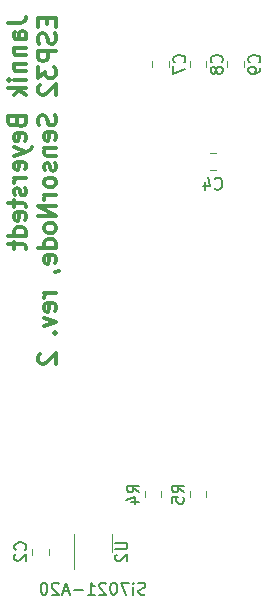
<source format=gbo>
G04 #@! TF.GenerationSoftware,KiCad,Pcbnew,(5.0.0-3-g5ebb6b6)*
G04 #@! TF.CreationDate,2018-08-02T21:25:15+02:00*
G04 #@! TF.ProjectId,esp32-sensornode,65737033322D73656E736F726E6F6465,rev?*
G04 #@! TF.SameCoordinates,Original*
G04 #@! TF.FileFunction,Legend,Bot*
G04 #@! TF.FilePolarity,Positive*
%FSLAX46Y46*%
G04 Gerber Fmt 4.6, Leading zero omitted, Abs format (unit mm)*
G04 Created by KiCad (PCBNEW (5.0.0-3-g5ebb6b6)) date Thursday, 02 August 2018 at 21:25:15*
%MOMM*%
%LPD*%
G01*
G04 APERTURE LIST*
%ADD10C,0.300000*%
%ADD11C,0.120000*%
%ADD12C,0.150000*%
G04 APERTURE END LIST*
D10*
X179513571Y-53050714D02*
X180585000Y-53050714D01*
X180799285Y-52979285D01*
X180942142Y-52836428D01*
X181013571Y-52622142D01*
X181013571Y-52479285D01*
X181013571Y-54407857D02*
X180227857Y-54407857D01*
X180085000Y-54336428D01*
X180013571Y-54193571D01*
X180013571Y-53907857D01*
X180085000Y-53765000D01*
X180942142Y-54407857D02*
X181013571Y-54265000D01*
X181013571Y-53907857D01*
X180942142Y-53765000D01*
X180799285Y-53693571D01*
X180656428Y-53693571D01*
X180513571Y-53765000D01*
X180442142Y-53907857D01*
X180442142Y-54265000D01*
X180370714Y-54407857D01*
X180013571Y-55122142D02*
X181013571Y-55122142D01*
X180156428Y-55122142D02*
X180085000Y-55193571D01*
X180013571Y-55336428D01*
X180013571Y-55550714D01*
X180085000Y-55693571D01*
X180227857Y-55765000D01*
X181013571Y-55765000D01*
X180013571Y-56479285D02*
X181013571Y-56479285D01*
X180156428Y-56479285D02*
X180085000Y-56550714D01*
X180013571Y-56693571D01*
X180013571Y-56907857D01*
X180085000Y-57050714D01*
X180227857Y-57122142D01*
X181013571Y-57122142D01*
X181013571Y-57836428D02*
X180013571Y-57836428D01*
X179513571Y-57836428D02*
X179585000Y-57765000D01*
X179656428Y-57836428D01*
X179585000Y-57907857D01*
X179513571Y-57836428D01*
X179656428Y-57836428D01*
X181013571Y-58550714D02*
X179513571Y-58550714D01*
X180442142Y-58693571D02*
X181013571Y-59122142D01*
X180013571Y-59122142D02*
X180585000Y-58550714D01*
X180227857Y-61407857D02*
X180299285Y-61622142D01*
X180370714Y-61693571D01*
X180513571Y-61765000D01*
X180727857Y-61765000D01*
X180870714Y-61693571D01*
X180942142Y-61622142D01*
X181013571Y-61479285D01*
X181013571Y-60907857D01*
X179513571Y-60907857D01*
X179513571Y-61407857D01*
X179585000Y-61550714D01*
X179656428Y-61622142D01*
X179799285Y-61693571D01*
X179942142Y-61693571D01*
X180085000Y-61622142D01*
X180156428Y-61550714D01*
X180227857Y-61407857D01*
X180227857Y-60907857D01*
X180942142Y-62979285D02*
X181013571Y-62836428D01*
X181013571Y-62550714D01*
X180942142Y-62407857D01*
X180799285Y-62336428D01*
X180227857Y-62336428D01*
X180085000Y-62407857D01*
X180013571Y-62550714D01*
X180013571Y-62836428D01*
X180085000Y-62979285D01*
X180227857Y-63050714D01*
X180370714Y-63050714D01*
X180513571Y-62336428D01*
X180013571Y-63550714D02*
X181013571Y-63907857D01*
X180013571Y-64265000D02*
X181013571Y-63907857D01*
X181370714Y-63765000D01*
X181442142Y-63693571D01*
X181513571Y-63550714D01*
X180942142Y-65407857D02*
X181013571Y-65265000D01*
X181013571Y-64979285D01*
X180942142Y-64836428D01*
X180799285Y-64765000D01*
X180227857Y-64765000D01*
X180085000Y-64836428D01*
X180013571Y-64979285D01*
X180013571Y-65265000D01*
X180085000Y-65407857D01*
X180227857Y-65479285D01*
X180370714Y-65479285D01*
X180513571Y-64765000D01*
X181013571Y-66122142D02*
X180013571Y-66122142D01*
X180299285Y-66122142D02*
X180156428Y-66193571D01*
X180085000Y-66265000D01*
X180013571Y-66407857D01*
X180013571Y-66550714D01*
X180942142Y-66979285D02*
X181013571Y-67122142D01*
X181013571Y-67407857D01*
X180942142Y-67550714D01*
X180799285Y-67622142D01*
X180727857Y-67622142D01*
X180585000Y-67550714D01*
X180513571Y-67407857D01*
X180513571Y-67193571D01*
X180442142Y-67050714D01*
X180299285Y-66979285D01*
X180227857Y-66979285D01*
X180085000Y-67050714D01*
X180013571Y-67193571D01*
X180013571Y-67407857D01*
X180085000Y-67550714D01*
X180013571Y-68050714D02*
X180013571Y-68622142D01*
X179513571Y-68265000D02*
X180799285Y-68265000D01*
X180942142Y-68336428D01*
X181013571Y-68479285D01*
X181013571Y-68622142D01*
X180942142Y-69693571D02*
X181013571Y-69550714D01*
X181013571Y-69265000D01*
X180942142Y-69122142D01*
X180799285Y-69050714D01*
X180227857Y-69050714D01*
X180085000Y-69122142D01*
X180013571Y-69265000D01*
X180013571Y-69550714D01*
X180085000Y-69693571D01*
X180227857Y-69765000D01*
X180370714Y-69765000D01*
X180513571Y-69050714D01*
X181013571Y-71050714D02*
X179513571Y-71050714D01*
X180942142Y-71050714D02*
X181013571Y-70907857D01*
X181013571Y-70622142D01*
X180942142Y-70479285D01*
X180870714Y-70407857D01*
X180727857Y-70336428D01*
X180299285Y-70336428D01*
X180156428Y-70407857D01*
X180085000Y-70479285D01*
X180013571Y-70622142D01*
X180013571Y-70907857D01*
X180085000Y-71050714D01*
X180013571Y-71550714D02*
X180013571Y-72122142D01*
X179513571Y-71765000D02*
X180799285Y-71765000D01*
X180942142Y-71836428D01*
X181013571Y-71979285D01*
X181013571Y-72122142D01*
X182777857Y-52622142D02*
X182777857Y-53122142D01*
X183563571Y-53336428D02*
X183563571Y-52622142D01*
X182063571Y-52622142D01*
X182063571Y-53336428D01*
X183492142Y-53907857D02*
X183563571Y-54122142D01*
X183563571Y-54479285D01*
X183492142Y-54622142D01*
X183420714Y-54693571D01*
X183277857Y-54765000D01*
X183135000Y-54765000D01*
X182992142Y-54693571D01*
X182920714Y-54622142D01*
X182849285Y-54479285D01*
X182777857Y-54193571D01*
X182706428Y-54050714D01*
X182635000Y-53979285D01*
X182492142Y-53907857D01*
X182349285Y-53907857D01*
X182206428Y-53979285D01*
X182135000Y-54050714D01*
X182063571Y-54193571D01*
X182063571Y-54550714D01*
X182135000Y-54765000D01*
X183563571Y-55407857D02*
X182063571Y-55407857D01*
X182063571Y-55979285D01*
X182135000Y-56122142D01*
X182206428Y-56193571D01*
X182349285Y-56265000D01*
X182563571Y-56265000D01*
X182706428Y-56193571D01*
X182777857Y-56122142D01*
X182849285Y-55979285D01*
X182849285Y-55407857D01*
X182063571Y-56765000D02*
X182063571Y-57693571D01*
X182635000Y-57193571D01*
X182635000Y-57407857D01*
X182706428Y-57550714D01*
X182777857Y-57622142D01*
X182920714Y-57693571D01*
X183277857Y-57693571D01*
X183420714Y-57622142D01*
X183492142Y-57550714D01*
X183563571Y-57407857D01*
X183563571Y-56979285D01*
X183492142Y-56836428D01*
X183420714Y-56765000D01*
X182206428Y-58265000D02*
X182135000Y-58336428D01*
X182063571Y-58479285D01*
X182063571Y-58836428D01*
X182135000Y-58979285D01*
X182206428Y-59050714D01*
X182349285Y-59122142D01*
X182492142Y-59122142D01*
X182706428Y-59050714D01*
X183563571Y-58193571D01*
X183563571Y-59122142D01*
X183492142Y-60836428D02*
X183563571Y-61050714D01*
X183563571Y-61407857D01*
X183492142Y-61550714D01*
X183420714Y-61622142D01*
X183277857Y-61693571D01*
X183135000Y-61693571D01*
X182992142Y-61622142D01*
X182920714Y-61550714D01*
X182849285Y-61407857D01*
X182777857Y-61122142D01*
X182706428Y-60979285D01*
X182635000Y-60907857D01*
X182492142Y-60836428D01*
X182349285Y-60836428D01*
X182206428Y-60907857D01*
X182135000Y-60979285D01*
X182063571Y-61122142D01*
X182063571Y-61479285D01*
X182135000Y-61693571D01*
X183492142Y-62907857D02*
X183563571Y-62765000D01*
X183563571Y-62479285D01*
X183492142Y-62336428D01*
X183349285Y-62265000D01*
X182777857Y-62265000D01*
X182635000Y-62336428D01*
X182563571Y-62479285D01*
X182563571Y-62765000D01*
X182635000Y-62907857D01*
X182777857Y-62979285D01*
X182920714Y-62979285D01*
X183063571Y-62265000D01*
X182563571Y-63622142D02*
X183563571Y-63622142D01*
X182706428Y-63622142D02*
X182635000Y-63693571D01*
X182563571Y-63836428D01*
X182563571Y-64050714D01*
X182635000Y-64193571D01*
X182777857Y-64265000D01*
X183563571Y-64265000D01*
X183492142Y-64907857D02*
X183563571Y-65050714D01*
X183563571Y-65336428D01*
X183492142Y-65479285D01*
X183349285Y-65550714D01*
X183277857Y-65550714D01*
X183135000Y-65479285D01*
X183063571Y-65336428D01*
X183063571Y-65122142D01*
X182992142Y-64979285D01*
X182849285Y-64907857D01*
X182777857Y-64907857D01*
X182635000Y-64979285D01*
X182563571Y-65122142D01*
X182563571Y-65336428D01*
X182635000Y-65479285D01*
X183563571Y-66407857D02*
X183492142Y-66265000D01*
X183420714Y-66193571D01*
X183277857Y-66122142D01*
X182849285Y-66122142D01*
X182706428Y-66193571D01*
X182635000Y-66265000D01*
X182563571Y-66407857D01*
X182563571Y-66622142D01*
X182635000Y-66765000D01*
X182706428Y-66836428D01*
X182849285Y-66907857D01*
X183277857Y-66907857D01*
X183420714Y-66836428D01*
X183492142Y-66765000D01*
X183563571Y-66622142D01*
X183563571Y-66407857D01*
X183563571Y-67550714D02*
X182563571Y-67550714D01*
X182849285Y-67550714D02*
X182706428Y-67622142D01*
X182635000Y-67693571D01*
X182563571Y-67836428D01*
X182563571Y-67979285D01*
X183563571Y-68479285D02*
X182063571Y-68479285D01*
X183563571Y-69336428D01*
X182063571Y-69336428D01*
X183563571Y-70265000D02*
X183492142Y-70122142D01*
X183420714Y-70050714D01*
X183277857Y-69979285D01*
X182849285Y-69979285D01*
X182706428Y-70050714D01*
X182635000Y-70122142D01*
X182563571Y-70265000D01*
X182563571Y-70479285D01*
X182635000Y-70622142D01*
X182706428Y-70693571D01*
X182849285Y-70765000D01*
X183277857Y-70765000D01*
X183420714Y-70693571D01*
X183492142Y-70622142D01*
X183563571Y-70479285D01*
X183563571Y-70265000D01*
X183563571Y-72050714D02*
X182063571Y-72050714D01*
X183492142Y-72050714D02*
X183563571Y-71907857D01*
X183563571Y-71622142D01*
X183492142Y-71479285D01*
X183420714Y-71407857D01*
X183277857Y-71336428D01*
X182849285Y-71336428D01*
X182706428Y-71407857D01*
X182635000Y-71479285D01*
X182563571Y-71622142D01*
X182563571Y-71907857D01*
X182635000Y-72050714D01*
X183492142Y-73336428D02*
X183563571Y-73193571D01*
X183563571Y-72907857D01*
X183492142Y-72765000D01*
X183349285Y-72693571D01*
X182777857Y-72693571D01*
X182635000Y-72765000D01*
X182563571Y-72907857D01*
X182563571Y-73193571D01*
X182635000Y-73336428D01*
X182777857Y-73407857D01*
X182920714Y-73407857D01*
X183063571Y-72693571D01*
X183492142Y-74122142D02*
X183563571Y-74122142D01*
X183706428Y-74050714D01*
X183777857Y-73979285D01*
X183563571Y-75907857D02*
X182563571Y-75907857D01*
X182849285Y-75907857D02*
X182706428Y-75979285D01*
X182635000Y-76050714D01*
X182563571Y-76193571D01*
X182563571Y-76336428D01*
X183492142Y-77407857D02*
X183563571Y-77265000D01*
X183563571Y-76979285D01*
X183492142Y-76836428D01*
X183349285Y-76765000D01*
X182777857Y-76765000D01*
X182635000Y-76836428D01*
X182563571Y-76979285D01*
X182563571Y-77265000D01*
X182635000Y-77407857D01*
X182777857Y-77479285D01*
X182920714Y-77479285D01*
X183063571Y-76765000D01*
X182563571Y-77979285D02*
X183563571Y-78336428D01*
X182563571Y-78693571D01*
X183420714Y-79265000D02*
X183492142Y-79336428D01*
X183563571Y-79265000D01*
X183492142Y-79193571D01*
X183420714Y-79265000D01*
X183563571Y-79265000D01*
X182206428Y-81050714D02*
X182135000Y-81122142D01*
X182063571Y-81265000D01*
X182063571Y-81622142D01*
X182135000Y-81765000D01*
X182206428Y-81836428D01*
X182349285Y-81907857D01*
X182492142Y-81907857D01*
X182706428Y-81836428D01*
X183563571Y-80979285D01*
X183563571Y-81907857D01*
D11*
G04 #@! TO.C,U2*
X188300000Y-97790000D02*
X188300000Y-96290000D01*
X185080000Y-99290000D02*
X185080000Y-96290000D01*
G04 #@! TO.C,C4*
X197111252Y-64060000D02*
X196588748Y-64060000D01*
X197111252Y-65480000D02*
X196588748Y-65480000D01*
G04 #@! TO.C,C2*
X181535000Y-97528748D02*
X181535000Y-98051252D01*
X182955000Y-97528748D02*
X182955000Y-98051252D01*
G04 #@! TO.C,R4*
X192480000Y-92666248D02*
X192480000Y-93188752D01*
X191060000Y-92666248D02*
X191060000Y-93188752D01*
G04 #@! TO.C,R5*
X194870000Y-92666248D02*
X194870000Y-93188752D01*
X196290000Y-92666248D02*
X196290000Y-93188752D01*
G04 #@! TO.C,C7*
X193115000Y-56776252D02*
X193115000Y-56253748D01*
X191695000Y-56776252D02*
X191695000Y-56253748D01*
G04 #@! TO.C,C8*
X194870000Y-56776252D02*
X194870000Y-56253748D01*
X196290000Y-56776252D02*
X196290000Y-56253748D01*
G04 #@! TO.C,C9*
X199465000Y-56776252D02*
X199465000Y-56253748D01*
X198045000Y-56776252D02*
X198045000Y-56253748D01*
G04 #@! TO.C,U2*
D12*
X188592380Y-97028095D02*
X189401904Y-97028095D01*
X189497142Y-97075714D01*
X189544761Y-97123333D01*
X189592380Y-97218571D01*
X189592380Y-97409047D01*
X189544761Y-97504285D01*
X189497142Y-97551904D01*
X189401904Y-97599523D01*
X188592380Y-97599523D01*
X188687619Y-98028095D02*
X188640000Y-98075714D01*
X188592380Y-98170952D01*
X188592380Y-98409047D01*
X188640000Y-98504285D01*
X188687619Y-98551904D01*
X188782857Y-98599523D01*
X188878095Y-98599523D01*
X189020952Y-98551904D01*
X189592380Y-97980476D01*
X189592380Y-98599523D01*
X191118571Y-101369761D02*
X190975714Y-101417380D01*
X190737619Y-101417380D01*
X190642380Y-101369761D01*
X190594761Y-101322142D01*
X190547142Y-101226904D01*
X190547142Y-101131666D01*
X190594761Y-101036428D01*
X190642380Y-100988809D01*
X190737619Y-100941190D01*
X190928095Y-100893571D01*
X191023333Y-100845952D01*
X191070952Y-100798333D01*
X191118571Y-100703095D01*
X191118571Y-100607857D01*
X191070952Y-100512619D01*
X191023333Y-100465000D01*
X190928095Y-100417380D01*
X190690000Y-100417380D01*
X190547142Y-100465000D01*
X190118571Y-101417380D02*
X190118571Y-100750714D01*
X190118571Y-100417380D02*
X190166190Y-100465000D01*
X190118571Y-100512619D01*
X190070952Y-100465000D01*
X190118571Y-100417380D01*
X190118571Y-100512619D01*
X189737619Y-100417380D02*
X189070952Y-100417380D01*
X189499523Y-101417380D01*
X188499523Y-100417380D02*
X188404285Y-100417380D01*
X188309047Y-100465000D01*
X188261428Y-100512619D01*
X188213809Y-100607857D01*
X188166190Y-100798333D01*
X188166190Y-101036428D01*
X188213809Y-101226904D01*
X188261428Y-101322142D01*
X188309047Y-101369761D01*
X188404285Y-101417380D01*
X188499523Y-101417380D01*
X188594761Y-101369761D01*
X188642380Y-101322142D01*
X188690000Y-101226904D01*
X188737619Y-101036428D01*
X188737619Y-100798333D01*
X188690000Y-100607857D01*
X188642380Y-100512619D01*
X188594761Y-100465000D01*
X188499523Y-100417380D01*
X187785238Y-100512619D02*
X187737619Y-100465000D01*
X187642380Y-100417380D01*
X187404285Y-100417380D01*
X187309047Y-100465000D01*
X187261428Y-100512619D01*
X187213809Y-100607857D01*
X187213809Y-100703095D01*
X187261428Y-100845952D01*
X187832857Y-101417380D01*
X187213809Y-101417380D01*
X186261428Y-101417380D02*
X186832857Y-101417380D01*
X186547142Y-101417380D02*
X186547142Y-100417380D01*
X186642380Y-100560238D01*
X186737619Y-100655476D01*
X186832857Y-100703095D01*
X185832857Y-101036428D02*
X185070952Y-101036428D01*
X184642380Y-101131666D02*
X184166190Y-101131666D01*
X184737619Y-101417380D02*
X184404285Y-100417380D01*
X184070952Y-101417380D01*
X183785238Y-100512619D02*
X183737619Y-100465000D01*
X183642380Y-100417380D01*
X183404285Y-100417380D01*
X183309047Y-100465000D01*
X183261428Y-100512619D01*
X183213809Y-100607857D01*
X183213809Y-100703095D01*
X183261428Y-100845952D01*
X183832857Y-101417380D01*
X183213809Y-101417380D01*
X182594761Y-100417380D02*
X182499523Y-100417380D01*
X182404285Y-100465000D01*
X182356666Y-100512619D01*
X182309047Y-100607857D01*
X182261428Y-100798333D01*
X182261428Y-101036428D01*
X182309047Y-101226904D01*
X182356666Y-101322142D01*
X182404285Y-101369761D01*
X182499523Y-101417380D01*
X182594761Y-101417380D01*
X182690000Y-101369761D01*
X182737619Y-101322142D01*
X182785238Y-101226904D01*
X182832857Y-101036428D01*
X182832857Y-100798333D01*
X182785238Y-100607857D01*
X182737619Y-100512619D01*
X182690000Y-100465000D01*
X182594761Y-100417380D01*
G04 #@! TO.C,C4*
X197016666Y-67032142D02*
X197064285Y-67079761D01*
X197207142Y-67127380D01*
X197302380Y-67127380D01*
X197445238Y-67079761D01*
X197540476Y-66984523D01*
X197588095Y-66889285D01*
X197635714Y-66698809D01*
X197635714Y-66555952D01*
X197588095Y-66365476D01*
X197540476Y-66270238D01*
X197445238Y-66175000D01*
X197302380Y-66127380D01*
X197207142Y-66127380D01*
X197064285Y-66175000D01*
X197016666Y-66222619D01*
X196159523Y-66460714D02*
X196159523Y-67127380D01*
X196397619Y-66079761D02*
X196635714Y-66794047D01*
X196016666Y-66794047D01*
G04 #@! TO.C,C2*
X180952142Y-97623333D02*
X180999761Y-97575714D01*
X181047380Y-97432857D01*
X181047380Y-97337619D01*
X180999761Y-97194761D01*
X180904523Y-97099523D01*
X180809285Y-97051904D01*
X180618809Y-97004285D01*
X180475952Y-97004285D01*
X180285476Y-97051904D01*
X180190238Y-97099523D01*
X180095000Y-97194761D01*
X180047380Y-97337619D01*
X180047380Y-97432857D01*
X180095000Y-97575714D01*
X180142619Y-97623333D01*
X180142619Y-98004285D02*
X180095000Y-98051904D01*
X180047380Y-98147142D01*
X180047380Y-98385238D01*
X180095000Y-98480476D01*
X180142619Y-98528095D01*
X180237857Y-98575714D01*
X180333095Y-98575714D01*
X180475952Y-98528095D01*
X181047380Y-97956666D01*
X181047380Y-98575714D01*
G04 #@! TO.C,R4*
X190572380Y-92760833D02*
X190096190Y-92427500D01*
X190572380Y-92189404D02*
X189572380Y-92189404D01*
X189572380Y-92570357D01*
X189620000Y-92665595D01*
X189667619Y-92713214D01*
X189762857Y-92760833D01*
X189905714Y-92760833D01*
X190000952Y-92713214D01*
X190048571Y-92665595D01*
X190096190Y-92570357D01*
X190096190Y-92189404D01*
X189905714Y-93617976D02*
X190572380Y-93617976D01*
X189524761Y-93379880D02*
X190239047Y-93141785D01*
X190239047Y-93760833D01*
G04 #@! TO.C,R5*
X194382380Y-92760833D02*
X193906190Y-92427500D01*
X194382380Y-92189404D02*
X193382380Y-92189404D01*
X193382380Y-92570357D01*
X193430000Y-92665595D01*
X193477619Y-92713214D01*
X193572857Y-92760833D01*
X193715714Y-92760833D01*
X193810952Y-92713214D01*
X193858571Y-92665595D01*
X193906190Y-92570357D01*
X193906190Y-92189404D01*
X193382380Y-93665595D02*
X193382380Y-93189404D01*
X193858571Y-93141785D01*
X193810952Y-93189404D01*
X193763333Y-93284642D01*
X193763333Y-93522738D01*
X193810952Y-93617976D01*
X193858571Y-93665595D01*
X193953809Y-93713214D01*
X194191904Y-93713214D01*
X194287142Y-93665595D01*
X194334761Y-93617976D01*
X194382380Y-93522738D01*
X194382380Y-93284642D01*
X194334761Y-93189404D01*
X194287142Y-93141785D01*
G04 #@! TO.C,C7*
X194412142Y-56348333D02*
X194459761Y-56300714D01*
X194507380Y-56157857D01*
X194507380Y-56062619D01*
X194459761Y-55919761D01*
X194364523Y-55824523D01*
X194269285Y-55776904D01*
X194078809Y-55729285D01*
X193935952Y-55729285D01*
X193745476Y-55776904D01*
X193650238Y-55824523D01*
X193555000Y-55919761D01*
X193507380Y-56062619D01*
X193507380Y-56157857D01*
X193555000Y-56300714D01*
X193602619Y-56348333D01*
X193507380Y-56681666D02*
X193507380Y-57348333D01*
X194507380Y-56919761D01*
G04 #@! TO.C,C8*
X197587142Y-56348333D02*
X197634761Y-56300714D01*
X197682380Y-56157857D01*
X197682380Y-56062619D01*
X197634761Y-55919761D01*
X197539523Y-55824523D01*
X197444285Y-55776904D01*
X197253809Y-55729285D01*
X197110952Y-55729285D01*
X196920476Y-55776904D01*
X196825238Y-55824523D01*
X196730000Y-55919761D01*
X196682380Y-56062619D01*
X196682380Y-56157857D01*
X196730000Y-56300714D01*
X196777619Y-56348333D01*
X197110952Y-56919761D02*
X197063333Y-56824523D01*
X197015714Y-56776904D01*
X196920476Y-56729285D01*
X196872857Y-56729285D01*
X196777619Y-56776904D01*
X196730000Y-56824523D01*
X196682380Y-56919761D01*
X196682380Y-57110238D01*
X196730000Y-57205476D01*
X196777619Y-57253095D01*
X196872857Y-57300714D01*
X196920476Y-57300714D01*
X197015714Y-57253095D01*
X197063333Y-57205476D01*
X197110952Y-57110238D01*
X197110952Y-56919761D01*
X197158571Y-56824523D01*
X197206190Y-56776904D01*
X197301428Y-56729285D01*
X197491904Y-56729285D01*
X197587142Y-56776904D01*
X197634761Y-56824523D01*
X197682380Y-56919761D01*
X197682380Y-57110238D01*
X197634761Y-57205476D01*
X197587142Y-57253095D01*
X197491904Y-57300714D01*
X197301428Y-57300714D01*
X197206190Y-57253095D01*
X197158571Y-57205476D01*
X197110952Y-57110238D01*
G04 #@! TO.C,C9*
X200762142Y-56348333D02*
X200809761Y-56300714D01*
X200857380Y-56157857D01*
X200857380Y-56062619D01*
X200809761Y-55919761D01*
X200714523Y-55824523D01*
X200619285Y-55776904D01*
X200428809Y-55729285D01*
X200285952Y-55729285D01*
X200095476Y-55776904D01*
X200000238Y-55824523D01*
X199905000Y-55919761D01*
X199857380Y-56062619D01*
X199857380Y-56157857D01*
X199905000Y-56300714D01*
X199952619Y-56348333D01*
X200857380Y-56824523D02*
X200857380Y-57015000D01*
X200809761Y-57110238D01*
X200762142Y-57157857D01*
X200619285Y-57253095D01*
X200428809Y-57300714D01*
X200047857Y-57300714D01*
X199952619Y-57253095D01*
X199905000Y-57205476D01*
X199857380Y-57110238D01*
X199857380Y-56919761D01*
X199905000Y-56824523D01*
X199952619Y-56776904D01*
X200047857Y-56729285D01*
X200285952Y-56729285D01*
X200381190Y-56776904D01*
X200428809Y-56824523D01*
X200476428Y-56919761D01*
X200476428Y-57110238D01*
X200428809Y-57205476D01*
X200381190Y-57253095D01*
X200285952Y-57300714D01*
G04 #@! TD*
M02*

</source>
